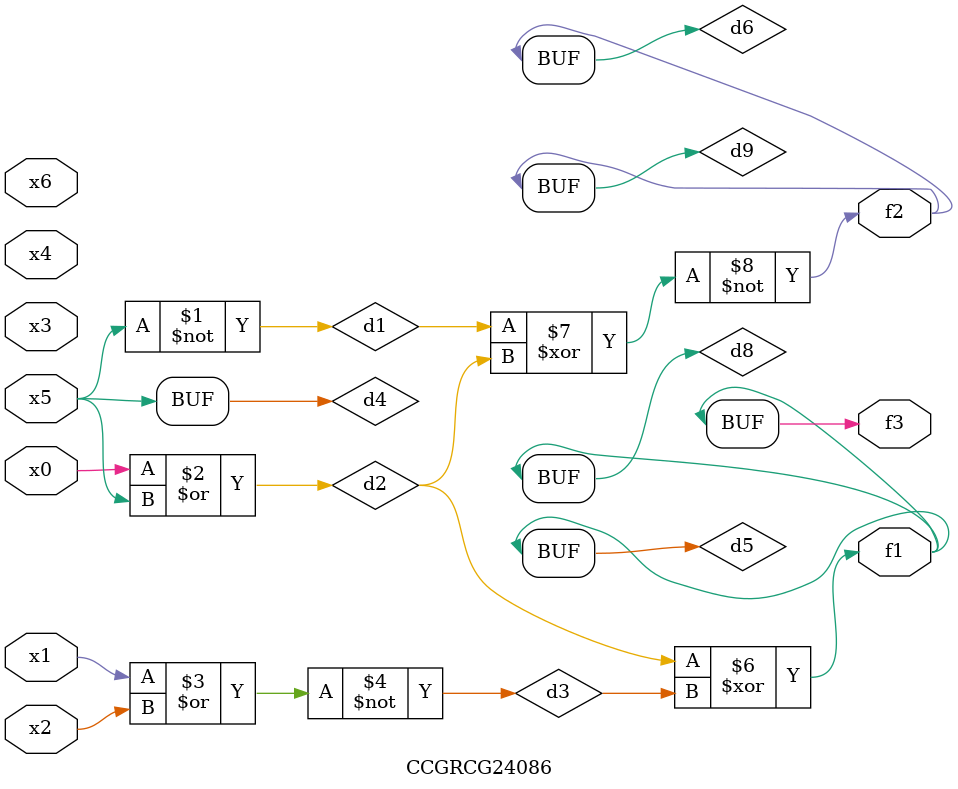
<source format=v>
module CCGRCG24086(
	input x0, x1, x2, x3, x4, x5, x6,
	output f1, f2, f3
);

	wire d1, d2, d3, d4, d5, d6, d7, d8, d9;

	nand (d1, x5);
	or (d2, x0, x5);
	nor (d3, x1, x2);
	xnor (d4, d1);
	xor (d5, d2, d3);
	xnor (d6, d1, d2);
	not (d7, x4);
	buf (d8, d5);
	xor (d9, d6);
	assign f1 = d8;
	assign f2 = d9;
	assign f3 = d8;
endmodule

</source>
